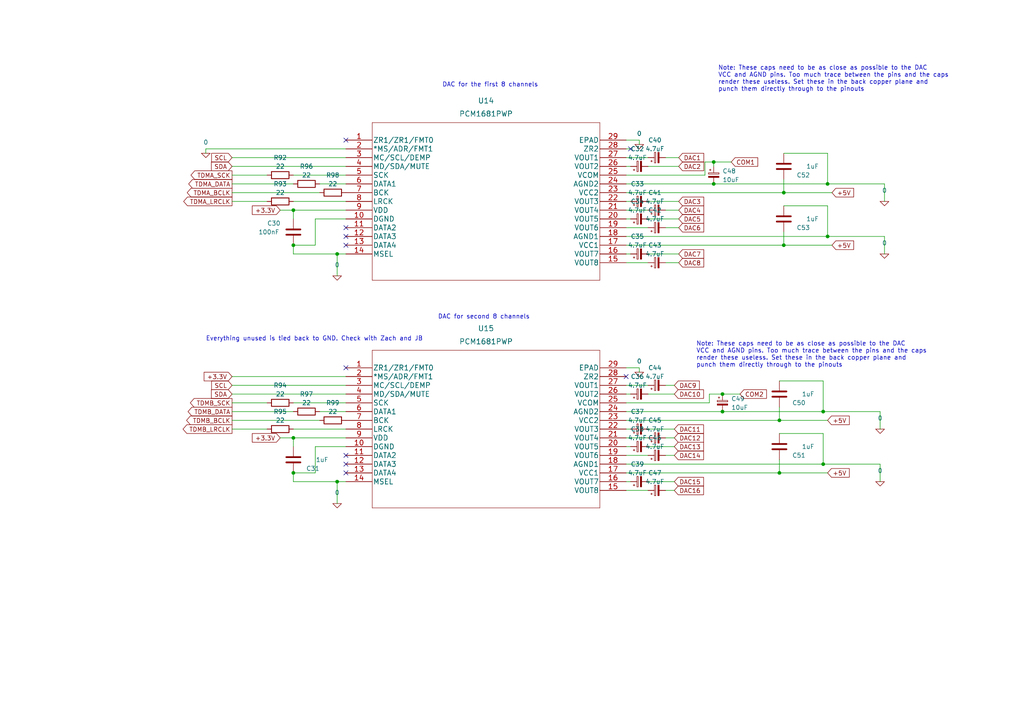
<source format=kicad_sch>
(kicad_sch (version 20230121) (generator eeschema)
  (paper "A4")
  (lib_symbols
    (symbol "Device:C" (pin_numbers hide) (pin_names (offset 0.254))
      (property "Reference" "C" (at 0.635 2.54 0))
      (property "Value" "C" (at 0.635 -2.54 0))
      (symbol "C_0_1"
        (polyline (pts (xy -2.032 -0.762) (xy 2.032 -0.762)) (stroke (width 0.508)))
        (polyline (pts (xy -2.032 0.762) (xy 2.032 0.762)) (stroke (width 0.508)))
      )
      (symbol "C_1_1"
        (pin passive line (at 0 3.81 270) (length 2.794) (name "~") (number "1"))
        (pin passive line (at 0 -3.81 90) (length 2.794) (name "~") (number "2"))
      )
    )
    (symbol "Device:C_Polarized_Small" (pin_numbers hide) (pin_names (offset 0.254) hide)
      (property "Reference" "C" (at 0.254 1.778 0))
      (property "Value" "C_Polarized_Small" (at 0.254 -2.032 0))
      (symbol "C_Polarized_Small_0_1"
        (rectangle (start -1.524 -0.3048) (end 1.524 -0.6858) (fill (type outline)))
        (rectangle (start -1.524 0.6858) (end 1.524 0.3048))
        (polyline (pts (xy -1.27 1.524) (xy -0.762 1.524)))
        (polyline (pts (xy -1.016 1.27) (xy -1.016 1.778)))
      )
      (symbol "C_Polarized_Small_1_1"
        (pin passive line (at 0 2.54 270) (length 1.8542) (name "~") (number "1"))
        (pin passive line (at 0 -2.54 90) (length 1.8542) (name "~") (number "2"))
      )
    )
    (symbol "Device:R" (pin_numbers hide) (pin_names (offset 0))
      (property "Reference" "R" (at 2.032 0 90))
      (property "Value" "R" (at 0 0 90))
      (symbol "R_0_1"
        (rectangle (start -1.016 -2.54) (end 1.016 2.54) (stroke (width 0.254)))
      )
      (symbol "R_1_1"
        (pin passive line (at 0 3.81 270) (length 1.27) (name "~") (number "1"))
        (pin passive line (at 0 -3.81 90) (length 1.27) (name "~") (number "2"))
      )
    )
    (symbol "FaultSignalGeneratorCustomSymbols:PCM1681PWP" (pin_names (offset 0.254))
      (property "Reference" "U" (at 40.64 10.16 0))
      (property "Value" "PCM1681PWP" (at 40.64 7.62 0))
      (symbol "PCM1681PWP_1_1"
        (polyline (pts (xy 7.62 -40.64) (xy 73.66 -40.64)) (stroke (width 0.127)))
        (polyline (pts (xy 7.62 5.08) (xy 7.62 -40.64)) (stroke (width 0.127)))
        (polyline (pts (xy 73.66 -40.64) (xy 73.66 5.08)) (stroke (width 0.127)))
        (polyline (pts (xy 73.66 5.08) (xy 7.62 5.08)) (stroke (width 0.127)))
        (pin bidirectional line (at 0 0 0) (length 7.62) (name "ZR1/ZR1/FMT0") (number "1"))
        (pin power_in line (at 0 -22.86 0) (length 7.62) (name "DGND") (number "10"))
        (pin input line (at 0 -25.4 0) (length 7.62) (name "DATA2") (number "11"))
        (pin input line (at 0 -27.94 0) (length 7.62) (name "DATA3") (number "12"))
        (pin input line (at 0 -30.48 0) (length 7.62) (name "DATA4") (number "13"))
        (pin input line (at 0 -33.02 0) (length 7.62) (name "MSEL") (number "14"))
        (pin output line (at 81.28 -35.56 180) (length 7.62) (name "VOUT8") (number "15"))
        (pin output line (at 81.28 -33.02 180) (length 7.62) (name "VOUT7") (number "16"))
        (pin power_in line (at 81.28 -30.48 180) (length 7.62) (name "VCC1") (number "17"))
        (pin power_in line (at 81.28 -27.94 180) (length 7.62) (name "AGND1") (number "18"))
        (pin output line (at 81.28 -25.4 180) (length 7.62) (name "VOUT6") (number "19"))
        (pin input line (at 0 -2.54 0) (length 7.62) (name "*MS/ADR/FMT1") (number "2"))
        (pin output line (at 81.28 -22.86 180) (length 7.62) (name "VOUT5") (number "20"))
        (pin output line (at 81.28 -20.32 180) (length 7.62) (name "VOUT4") (number "21"))
        (pin output line (at 81.28 -17.78 180) (length 7.62) (name "VOUT3") (number "22"))
        (pin power_in line (at 81.28 -15.24 180) (length 7.62) (name "VCC2") (number "23"))
        (pin power_in line (at 81.28 -12.7 180) (length 7.62) (name "AGND2") (number "24"))
        (pin power_in line (at 81.28 -10.16 180) (length 7.62) (name "VCOM") (number "25"))
        (pin output line (at 81.28 -7.62 180) (length 7.62) (name "VOUT2") (number "26"))
        (pin output line (at 81.28 -5.08 180) (length 7.62) (name "VOUT1") (number "27"))
        (pin output line (at 81.28 -2.54 180) (length 7.62) (name "ZR2") (number "28"))
        (pin unspecified line (at 81.28 0 180) (length 7.62) (name "EPAD") (number "29"))
        (pin input line (at 0 -5.08 0) (length 7.62) (name "MC/SCL/DEMP") (number "3"))
        (pin bidirectional line (at 0 -7.62 0) (length 7.62) (name "MD/SDA/MUTE") (number "4"))
        (pin input line (at 0 -10.16 0) (length 7.62) (name "SCK") (number "5"))
        (pin input line (at 0 -12.7 0) (length 7.62) (name "DATA1") (number "6"))
        (pin input line (at 0 -15.24 0) (length 7.62) (name "BCK") (number "7"))
        (pin input line (at 0 -17.78 0) (length 7.62) (name "LRCK") (number "8"))
        (pin power_in line (at 0 -20.32 0) (length 7.62) (name "VDD") (number "9"))
      )
    )
    (symbol "pspice:0" (power) (pin_names (offset 0))
      (property "Value" "0" (at 0 -1.778 0))
      (symbol "0_0_1"
        (polyline (pts (xy -1.27 0) (xy 0 -1.27) (xy 1.27 0) (xy -1.27 0)))
      )
      (symbol "0_1_1"
        (pin power_in line (at 0 0 0) (length 0) hide (name "0") (number "1"))
      )
    )
  )
  (junction (at 209.55 119.38))
  (junction (at 209.55 114.3))
  (junction (at 85.09 71.12))
  (junction (at 207.01 46.99))
  (junction (at 97.79 139.7))
  (junction (at 207.01 53.34))
  (junction (at 226.06 137.16))
  (junction (at 227.33 71.12))
  (junction (at 240.03 68.58))
  (junction (at 226.06 121.92))
  (junction (at 85.09 60.96))
  (junction (at 85.09 127))
  (junction (at 97.79 73.66))
  (junction (at 238.76 119.38))
  (junction (at 85.09 137.16))
  (junction (at 227.33 55.88))
  (junction (at 240.03 53.34))
  (junction (at 238.76 134.62))
  (no_connect (at 100.33 106.68))
  (no_connect (at 100.33 134.62))
  (no_connect (at 100.33 66.04))
  (no_connect (at 100.33 137.16))
  (no_connect (at 100.33 68.58))
  (no_connect (at 100.33 40.64))
  (no_connect (at 100.33 71.12))
  (no_connect (at 182.88 43.18))
  (no_connect (at 100.33 132.08))
  (no_connect (at 181.61 109.22))
  (wire (pts (xy 238.76 134.62) (xy 255.27 134.62)))
  (wire (pts (xy 226.06 118.11) (xy 226.06 121.92)))
  (wire (pts (xy 92.71 119.38) (xy 100.33 119.38)))
  (wire (pts (xy 181.61 53.34) (xy 207.01 53.34)))
  (wire (pts (xy 85.09 50.8) (xy 100.33 50.8)))
  (wire (pts (xy 85.09 127) (xy 100.33 127)))
  (wire (pts (xy 91.44 71.12) (xy 85.09 71.12)))
  (wire (pts (xy 67.31 119.38) (xy 85.09 119.38)))
  (wire (pts (xy 91.44 137.16) (xy 85.09 137.16)))
  (wire (pts (xy 227.33 67.31) (xy 227.33 71.12)))
  (wire (pts (xy 181.61 142.24) (xy 187.96 142.24)))
  (wire (pts (xy 227.33 55.88) (xy 241.3 55.88)))
  (wire (pts (xy 81.28 60.96) (xy 85.09 60.96)))
  (wire (pts (xy 181.61 114.3) (xy 182.88 114.3)))
  (wire (pts (xy 226.06 110.49) (xy 238.76 110.49)))
  (wire (pts (xy 193.04 76.2) (xy 196.85 76.2)))
  (wire (pts (xy 207.01 53.34) (xy 240.03 53.34)))
  (wire (pts (xy 238.76 125.73) (xy 238.76 134.62)))
  (wire (pts (xy 209.55 114.3) (xy 214.63 114.3)))
  (wire (pts (xy 67.31 55.88) (xy 92.71 55.88)))
  (wire (pts (xy 193.04 111.76) (xy 195.58 111.76)))
  (wire (pts (xy 97.79 73.66) (xy 100.33 73.66)))
  (wire (pts (xy 100.33 43.18) (xy 59.69 43.18)))
  (wire (pts (xy 185.42 40.64) (xy 181.61 40.64)))
  (wire (pts (xy 181.61 66.04) (xy 187.96 66.04)))
  (wire (pts (xy 97.79 139.7) (xy 97.79 146.05)))
  (wire (pts (xy 181.61 60.96) (xy 187.96 60.96)))
  (wire (pts (xy 85.09 116.84) (xy 100.33 116.84)))
  (wire (pts (xy 193.04 60.96) (xy 196.85 60.96)))
  (wire (pts (xy 67.31 109.22) (xy 100.33 109.22)))
  (wire (pts (xy 193.04 66.04) (xy 196.85 66.04)))
  (wire (pts (xy 181.61 124.46) (xy 182.88 124.46)))
  (wire (pts (xy 181.61 132.08) (xy 187.96 132.08)))
  (wire (pts (xy 226.06 137.16) (xy 240.03 137.16)))
  (wire (pts (xy 100.33 129.54) (xy 91.44 129.54)))
  (wire (pts (xy 181.61 127) (xy 187.96 127)))
  (wire (pts (xy 91.44 129.54) (xy 91.44 137.16)))
  (wire (pts (xy 181.61 137.16) (xy 226.06 137.16)))
  (wire (pts (xy 256.54 53.34) (xy 256.54 58.42)))
  (wire (pts (xy 181.61 71.12) (xy 227.33 71.12)))
  (wire (pts (xy 204.47 46.99) (xy 204.47 50.8)))
  (wire (pts (xy 240.03 53.34) (xy 256.54 53.34)))
  (wire (pts (xy 181.61 45.72) (xy 187.96 45.72)))
  (wire (pts (xy 181.61 129.54) (xy 182.88 129.54)))
  (wire (pts (xy 193.04 127) (xy 195.58 127)))
  (wire (pts (xy 240.03 59.69) (xy 240.03 68.58)))
  (wire (pts (xy 97.79 139.7) (xy 85.09 139.7)))
  (wire (pts (xy 209.55 119.38) (xy 238.76 119.38)))
  (wire (pts (xy 204.47 50.8) (xy 181.61 50.8)))
  (wire (pts (xy 67.31 58.42) (xy 77.47 58.42)))
  (wire (pts (xy 238.76 119.38) (xy 255.27 119.38)))
  (wire (pts (xy 181.61 106.68) (xy 185.42 106.68)))
  (wire (pts (xy 67.31 121.92) (xy 92.71 121.92)))
  (wire (pts (xy 67.31 53.34) (xy 85.09 53.34)))
  (wire (pts (xy 193.04 142.24) (xy 195.58 142.24)))
  (wire (pts (xy 85.09 60.96) (xy 85.09 63.5)))
  (wire (pts (xy 187.96 58.42) (xy 196.85 58.42)))
  (wire (pts (xy 85.09 58.42) (xy 100.33 58.42)))
  (wire (pts (xy 181.61 63.5) (xy 182.88 63.5)))
  (wire (pts (xy 67.31 45.72) (xy 100.33 45.72)))
  (wire (pts (xy 91.44 63.5) (xy 91.44 71.12)))
  (wire (pts (xy 207.01 46.99) (xy 204.47 46.99)))
  (wire (pts (xy 187.96 124.46) (xy 195.58 124.46)))
  (wire (pts (xy 238.76 110.49) (xy 238.76 119.38)))
  (wire (pts (xy 226.06 121.92) (xy 240.03 121.92)))
  (wire (pts (xy 81.28 127) (xy 85.09 127)))
  (wire (pts (xy 97.79 73.66) (xy 97.79 80.01)))
  (wire (pts (xy 181.61 139.7) (xy 182.88 139.7)))
  (wire (pts (xy 181.61 68.58) (xy 240.03 68.58)))
  (wire (pts (xy 240.03 68.58) (xy 256.54 68.58)))
  (wire (pts (xy 181.61 55.88) (xy 227.33 55.88)))
  (wire (pts (xy 205.74 114.3) (xy 205.74 116.84)))
  (wire (pts (xy 97.79 73.66) (xy 85.09 73.66)))
  (wire (pts (xy 92.71 53.34) (xy 100.33 53.34)))
  (wire (pts (xy 85.09 73.66) (xy 85.09 71.12)))
  (wire (pts (xy 185.42 41.91) (xy 185.42 40.64)))
  (wire (pts (xy 67.31 114.3) (xy 100.33 114.3)))
  (wire (pts (xy 256.54 68.58) (xy 256.54 73.66)))
  (wire (pts (xy 209.55 114.3) (xy 205.74 114.3)))
  (wire (pts (xy 85.09 139.7) (xy 85.09 137.16)))
  (wire (pts (xy 59.69 43.18) (xy 59.69 44.45)))
  (wire (pts (xy 185.42 106.68) (xy 185.42 107.95)))
  (wire (pts (xy 193.04 45.72) (xy 196.85 45.72)))
  (wire (pts (xy 181.61 111.76) (xy 187.96 111.76)))
  (wire (pts (xy 181.61 48.26) (xy 182.88 48.26)))
  (wire (pts (xy 100.33 63.5) (xy 91.44 63.5)))
  (wire (pts (xy 97.79 139.7) (xy 100.33 139.7)))
  (wire (pts (xy 181.61 116.84) (xy 205.74 116.84)))
  (wire (pts (xy 227.33 52.07) (xy 227.33 55.88)))
  (wire (pts (xy 67.31 124.46) (xy 77.47 124.46)))
  (wire (pts (xy 181.61 121.92) (xy 226.06 121.92)))
  (wire (pts (xy 181.61 76.2) (xy 187.96 76.2)))
  (wire (pts (xy 187.96 48.26) (xy 196.85 48.26)))
  (wire (pts (xy 67.31 48.26) (xy 100.33 48.26)))
  (wire (pts (xy 181.61 43.18) (xy 182.88 43.18)))
  (wire (pts (xy 181.61 134.62) (xy 238.76 134.62)))
  (wire (pts (xy 187.96 129.54) (xy 195.58 129.54)))
  (wire (pts (xy 255.27 119.38) (xy 255.27 124.46)))
  (wire (pts (xy 187.96 114.3) (xy 195.58 114.3)))
  (wire (pts (xy 193.04 132.08) (xy 195.58 132.08)))
  (wire (pts (xy 240.03 44.45) (xy 240.03 53.34)))
  (wire (pts (xy 187.96 139.7) (xy 195.58 139.7)))
  (wire (pts (xy 212.09 46.99) (xy 207.01 46.99)))
  (wire (pts (xy 85.09 60.96) (xy 100.33 60.96)))
  (wire (pts (xy 226.06 133.35) (xy 226.06 137.16)))
  (wire (pts (xy 207.01 46.99) (xy 207.01 48.26)))
  (wire (pts (xy 67.31 50.8) (xy 77.47 50.8)))
  (wire (pts (xy 255.27 134.62) (xy 255.27 139.7)))
  (wire (pts (xy 227.33 71.12) (xy 241.3 71.12)))
  (wire (pts (xy 67.31 111.76) (xy 100.33 111.76)))
  (wire (pts (xy 226.06 125.73) (xy 238.76 125.73)))
  (wire (pts (xy 227.33 59.69) (xy 240.03 59.69)))
  (wire (pts (xy 85.09 124.46) (xy 100.33 124.46)))
  (wire (pts (xy 181.61 58.42) (xy 182.88 58.42)))
  (wire (pts (xy 227.33 44.45) (xy 240.03 44.45)))
  (wire (pts (xy 181.61 73.66) (xy 182.88 73.66)))
  (wire (pts (xy 85.09 127) (xy 85.09 129.54)))
  (wire (pts (xy 181.61 119.38) (xy 209.55 119.38)))
  (wire (pts (xy 187.96 73.66) (xy 196.85 73.66)))
  (wire (pts (xy 187.96 63.5) (xy 196.85 63.5)))
  (wire (pts (xy 67.31 116.84) (xy 77.47 116.84)))
  (text "DAC for the first 8 channels\n" (at 128.27 25.4 0) (effects (font (size 1.27 1.27)) (justify left bottom)))
  (text "DAC for second 8 channels" (at 127 92.71 0) (effects (font (size 1.27 1.27)) (justify left bottom)))
  (text "Note: These caps need to be as close as possible to the DAC\nVCC and AGND pins. Too much trace between the pins and the caps\nrender these useless. Set these in the back copper plane and \npunch them directly through to the pinouts" (at 208.28 26.67 0) (effects (font (size 1.27 1.27)) (justify left bottom)))
  (text "Note: These caps need to be as close as possible to the DAC\nVCC and AGND pins. Too much trace between the pins and the caps\nrender these useless. Set these in the back copper plane and \npunch them directly through to the pinouts" (at 201.93 106.68 0) (effects (font (size 1.27 1.27)) (justify left bottom)))
  (text "Everything unused is tied back to GND. Check with Zach and JB" (at 59.69 99.06 0) (effects (font (size 1.27 1.27)) (justify left bottom)))
  (global_label "SDA" (shape input) (at 67.31 48.26 180) (property "Intersheetrefs" "${INTERSHEET_REFS}" (effects hide)))
  (global_label "+5V" (shape input) (at 240.03 137.16 0) (property "Intersheetrefs" "${INTERSHEET_REFS}" (effects hide)))
  (global_label "TDMA_DATA" (shape output) (at 67.31 53.34 180) (property "Intersheetrefs" "${INTERSHEET_REFS}" (effects hide)) (property "Netclass" "Default" (effects hide)))
  (global_label "DAC7" (shape input) (at 196.85 73.66 0) (property "Intersheetrefs" "${INTERSHEET_REFS}" (effects hide)))
  (global_label "TDMB_BCLK" (shape output) (at 67.31 121.92 180) (property "Intersheetrefs" "${INTERSHEET_REFS}" (effects hide)))
  (global_label "DAC15" (shape input) (at 195.58 139.7 0) (property "Intersheetrefs" "${INTERSHEET_REFS}" (effects hide)))
  (global_label "DAC16" (shape input) (at 195.58 142.24 0) (property "Intersheetrefs" "${INTERSHEET_REFS}" (effects hide)))
  (global_label "DAC14" (shape input) (at 195.58 132.08 0) (property "Intersheetrefs" "${INTERSHEET_REFS}" (effects hide)))
  (global_label "DAC8" (shape input) (at 196.85 76.2 0) (property "Intersheetrefs" "${INTERSHEET_REFS}" (effects hide)))
  (global_label "TDMB_SCK" (shape output) (at 67.31 116.84 180) (property "Intersheetrefs" "${INTERSHEET_REFS}" (effects hide)))
  (global_label "TDMB_DATA" (shape output) (at 67.31 119.38 180) (property "Intersheetrefs" "${INTERSHEET_REFS}" (effects hide)))
  (global_label "+5V" (shape input) (at 240.03 121.92 0) (property "Intersheetrefs" "${INTERSHEET_REFS}" (effects hide)))
  (global_label "DAC11" (shape input) (at 195.58 124.46 0) (property "Intersheetrefs" "${INTERSHEET_REFS}" (effects hide)))
  (global_label "+3.3V" (shape input) (at 67.31 109.22 180) (property "Intersheetrefs" "${INTERSHEET_REFS}" (effects hide)))
  (global_label "TDMB_LRCLK" (shape output) (at 67.31 124.46 180) (property "Intersheetrefs" "${INTERSHEET_REFS}" (effects hide)))
  (global_label "+5V" (shape input) (at 241.3 71.12 0) (property "Intersheetrefs" "${INTERSHEET_REFS}" (effects hide)))
  (global_label "DAC1" (shape input) (at 196.85 45.72 0) (property "Intersheetrefs" "${INTERSHEET_REFS}" (effects hide)))
  (global_label "+3.3V" (shape input) (at 81.28 127 180) (property "Intersheetrefs" "${INTERSHEET_REFS}" (effects hide)))
  (global_label "DAC10" (shape input) (at 195.58 114.3 0) (property "Intersheetrefs" "${INTERSHEET_REFS}" (effects hide)))
  (global_label "SCL" (shape input) (at 67.31 111.76 180) (property "Intersheetrefs" "${INTERSHEET_REFS}" (effects hide)))
  (global_label "DAC4" (shape input) (at 196.85 60.96 0) (property "Intersheetrefs" "${INTERSHEET_REFS}" (effects hide)))
  (global_label "+5V" (shape input) (at 241.3 55.88 0) (property "Intersheetrefs" "${INTERSHEET_REFS}" (effects hide)))
  (global_label "TDMA_BCLK" (shape output) (at 67.31 55.88 180) (property "Intersheetrefs" "${INTERSHEET_REFS}" (effects hide)))
  (global_label "DAC2" (shape input) (at 196.85 48.26 0) (property "Intersheetrefs" "${INTERSHEET_REFS}" (effects hide)))
  (global_label "DAC5" (shape input) (at 196.85 63.5 0) (property "Intersheetrefs" "${INTERSHEET_REFS}" (effects hide)))
  (global_label "SCL" (shape input) (at 67.31 45.72 180) (property "Intersheetrefs" "${INTERSHEET_REFS}" (effects hide)))
  (global_label "DAC9" (shape input) (at 195.58 111.76 0) (property "Intersheetrefs" "${INTERSHEET_REFS}" (effects hide)))
  (global_label "DAC12" (shape input) (at 195.58 127 0) (property "Intersheetrefs" "${INTERSHEET_REFS}" (effects hide)))
  (global_label "DAC3" (shape input) (at 196.85 58.42 0) (property "Intersheetrefs" "${INTERSHEET_REFS}" (effects hide)))
  (global_label "+3.3V" (shape input) (at 81.28 60.96 180) (property "Intersheetrefs" "${INTERSHEET_REFS}" (effects hide)))
  (global_label "DAC13" (shape input) (at 195.58 129.54 0) (property "Intersheetrefs" "${INTERSHEET_REFS}" (effects hide)))
  (global_label "TDMA_LRCLK" (shape output) (at 67.31 58.42 180) (property "Intersheetrefs" "${INTERSHEET_REFS}" (effects hide)))
  (global_label "COM1" (shape input) (at 212.09 46.99 0) (property "Intersheetrefs" "${INTERSHEET_REFS}" (effects hide)))
  (global_label "COM2" (shape input) (at 214.63 114.3 0) (property "Intersheetrefs" "${INTERSHEET_REFS}" (effects hide)))
  (global_label "TDMA_SCK" (shape output) (at 67.31 50.8 180) (property "Intersheetrefs" "${INTERSHEET_REFS}" (effects hide)))
  (global_label "SDA" (shape input) (at 67.31 114.3 180) (property "Intersheetrefs" "${INTERSHEET_REFS}" (effects hide)))
  (global_label "DAC6" (shape input) (at 196.85 66.04 0) (property "Intersheetrefs" "${INTERSHEET_REFS}" (effects hide)))
  (symbol (lib_id "Device:C_Polarized_Small") (at 190.5 127 90) (unit 1)
    (property "Reference" "C45" (at 189.9539 121.92 90))
    (property "Value" "4.7uF" (at 189.9539 124.46 90))
    (property "Footprint" "Capacitor_SMD:C_1206_3216Metric_Pad1.33x1.80mm_HandSolder" (effects hide))
  )
  (symbol (lib_id "FaultSignalGeneratorCustomSymbols:PCM1681PWP") (at 100.33 106.68 0) (unit 1)
    (property "Reference" "U15" (at 140.97 95.25 0) (effects (font (size 1.524 1.524))))
    (property "Value" "PCM1681PWP" (at 140.97 99.06 0) (effects (font (size 1.524 1.524))))
    (property "Footprint" "Package_SO:HTSSOP-28-1EP_4.4x9.7mm_P0.65mm_EP2.85x5.4mm" (effects hide))
  )
  (symbol (lib_id "pspice:0") (at 59.69 44.45 0) (unit 1)
    (property "Reference" "#GND058" (effects hide))
    (property "Value" "0" (at 59.69 41.275 0))
  )
  (symbol (lib_id "pspice:0") (at 97.79 80.01 0) (unit 1)
    (property "Reference" "#GND059" (effects hide))
    (property "Value" "0" (at 97.79 76.835 0))
  )
  (symbol (lib_id "Device:R") (at 81.28 124.46 90) (unit 1)
    (property "Reference" "R95" (at 81.28 119.38 90))
    (property "Value" "22" (at 81.28 121.92 90))
    (property "Footprint" "Resistor_SMD:R_1206_3216Metric" (effects hide))
  )
  (symbol (lib_id "Device:R") (at 81.28 58.42 90) (unit 1)
    (property "Reference" "R93" (at 81.28 53.34 90))
    (property "Value" "22" (at 81.28 55.88 90))
    (property "Footprint" "Resistor_SMD:R_1206_3216Metric" (effects hide))
  )
  (symbol (lib_id "pspice:0") (at 185.42 41.91 0) (unit 1)
    (property "Reference" "#GND061" (effects hide))
    (property "Value" "0" (at 185.42 38.735 0))
  )
  (symbol (lib_id "Device:C") (at 226.06 129.54 180) (unit 1)
    (property "Reference" "C51" (at 233.68 132.08 0) (effects (justify left)))
    (property "Value" "1uF" (at 236.22 129.54 0) (effects (justify left)))
    (property "Footprint" "Capacitor_SMD:C_1206_3216Metric_Pad1.33x1.80mm_HandSolder" (effects hide))
    (property "Sim.Device" "SPICE" (effects hide))
    (property "Sim.Params" "type=\"C\" model=\"4700p\" lib=\"\"" (effects hide))
    (property "Sim.Pins" "1=1 2=2" (effects hide))
  )
  (symbol (lib_id "Device:C_Polarized_Small") (at 190.5 60.96 90) (unit 1)
    (property "Reference" "C41" (at 189.9539 55.88 90))
    (property "Value" "4.7uF" (at 189.9539 58.42 90))
    (property "Footprint" "Capacitor_SMD:C_1206_3216Metric_Pad1.33x1.80mm_HandSolder" (effects hide))
  )
  (symbol (lib_id "Device:R") (at 88.9 119.38 90) (unit 1)
    (property "Reference" "R97" (at 88.9 114.3 90))
    (property "Value" "22" (at 88.9 116.84 90))
    (property "Footprint" "Resistor_SMD:R_1206_3216Metric" (effects hide))
  )
  (symbol (lib_id "Device:C_Polarized_Small") (at 185.42 139.7 90) (unit 1)
    (property "Reference" "C39" (at 184.8739 134.62 90))
    (property "Value" "4.7uF" (at 184.8739 137.16 90))
    (property "Footprint" "Capacitor_SMD:C_1206_3216Metric_Pad1.33x1.80mm_HandSolder" (effects hide))
  )
  (symbol (lib_id "Device:R") (at 96.52 55.88 90) (unit 1)
    (property "Reference" "R98" (at 96.52 50.8 90))
    (property "Value" "22" (at 96.52 53.34 90))
    (property "Footprint" "Resistor_SMD:R_1206_3216Metric" (effects hide))
  )
  (symbol (lib_id "Device:C_Polarized_Small") (at 185.42 114.3 90) (unit 1)
    (property "Reference" "C36" (at 184.8739 109.22 90))
    (property "Value" "4.7uF" (at 184.8739 111.76 90))
    (property "Footprint" "Capacitor_SMD:C_1206_3216Metric_Pad1.33x1.80mm_HandSolder" (effects hide))
  )
  (symbol (lib_id "FaultSignalGeneratorCustomSymbols:PCM1681PWP") (at 100.33 40.64 0) (unit 1)
    (property "Reference" "U14" (at 140.97 29.21 0) (effects (font (size 1.524 1.524))))
    (property "Value" "PCM1681PWP" (at 140.97 33.02 0) (effects (font (size 1.524 1.524))))
    (property "Footprint" "Package_SO:HTSSOP-28-1EP_4.4x9.7mm_P0.65mm_EP2.85x5.4mm" (effects hide))
  )
  (symbol (lib_id "Device:C_Polarized_Small") (at 185.42 63.5 90) (unit 1)
    (property "Reference" "C34" (at 184.8739 58.42 90))
    (property "Value" "4.7uF" (at 184.8739 60.96 90))
    (property "Footprint" "Capacitor_SMD:C_1206_3216Metric_Pad1.33x1.80mm_HandSolder" (effects hide))
  )
  (symbol (lib_id "Device:R") (at 88.9 53.34 90) (unit 1)
    (property "Reference" "R96" (at 88.9 48.26 90))
    (property "Value" "22" (at 88.9 50.8 90))
    (property "Footprint" "Resistor_SMD:R_1206_3216Metric" (effects hide))
  )
  (symbol (lib_id "pspice:0") (at 255.27 139.7 0) (unit 1)
    (property "Reference" "#GND064" (effects hide))
    (property "Value" "0" (at 255.27 136.525 0))
  )
  (symbol (lib_id "Device:C_Polarized_Small") (at 185.42 58.42 90) (unit 1)
    (property "Reference" "C33" (at 184.8739 53.34 90))
    (property "Value" "4.7uF" (at 184.8739 55.88 90))
    (property "Footprint" "Capacitor_SMD:C_1206_3216Metric_Pad1.33x1.80mm_HandSolder" (effects hide))
  )
  (symbol (lib_id "Device:C_Polarized_Small") (at 190.5 76.2 90) (unit 1)
    (property "Reference" "C43" (at 189.9539 71.12 90))
    (property "Value" "4.7uF" (at 189.9539 73.66 90))
    (property "Footprint" "Capacitor_SMD:C_1206_3216Metric_Pad1.33x1.80mm_HandSolder" (effects hide))
  )
  (symbol (lib_id "Device:C_Polarized_Small") (at 190.5 45.72 90) (unit 1)
    (property "Reference" "C40" (at 189.9539 40.64 90))
    (property "Value" "4.7uF" (at 189.9539 43.18 90))
    (property "Footprint" "Capacitor_SMD:C_1206_3216Metric_Pad1.33x1.80mm_HandSolder" (effects hide))
  )
  (symbol (lib_id "Device:C_Polarized_Small") (at 190.5 66.04 90) (unit 1)
    (property "Reference" "C42" (at 189.9539 60.96 90))
    (property "Value" "4.7uF" (at 189.9539 63.5 90))
    (property "Footprint" "Capacitor_SMD:C_1206_3216Metric_Pad1.33x1.80mm_HandSolder" (effects hide))
  )
  (symbol (lib_id "Device:C_Polarized_Small") (at 185.42 129.54 90) (unit 1)
    (property "Reference" "C38" (at 184.8739 124.46 90))
    (property "Value" "4.7uF" (at 184.8739 127 90))
    (property "Footprint" "Capacitor_SMD:C_1206_3216Metric_Pad1.33x1.80mm_HandSolder" (effects hide))
  )
  (symbol (lib_id "Device:C") (at 227.33 48.26 180) (unit 1)
    (property "Reference" "C52" (at 234.95 50.8 0) (effects (justify left)))
    (property "Value" "1uF" (at 237.49 48.26 0) (effects (justify left)))
    (property "Footprint" "Capacitor_SMD:C_1206_3216Metric_Pad1.33x1.80mm_HandSolder" (effects hide))
    (property "Sim.Device" "SPICE" (effects hide))
    (property "Sim.Params" "type=\"C\" model=\"4700p\" lib=\"\"" (effects hide))
    (property "Sim.Pins" "1=1 2=2" (effects hide))
  )
  (symbol (lib_id "Device:C") (at 226.06 114.3 180) (unit 1)
    (property "Reference" "C50" (at 233.68 116.84 0) (effects (justify left)))
    (property "Value" "1uF" (at 236.22 114.3 0) (effects (justify left)))
    (property "Footprint" "Capacitor_SMD:C_1206_3216Metric_Pad1.33x1.80mm_HandSolder" (effects hide))
    (property "Sim.Device" "SPICE" (effects hide))
    (property "Sim.Params" "type=\"C\" model=\"4700p\" lib=\"\"" (effects hide))
    (property "Sim.Pins" "1=1 2=2" (effects hide))
  )
  (symbol (lib_id "Device:R") (at 81.28 50.8 90) (unit 1)
    (property "Reference" "R92" (at 81.28 45.72 90))
    (property "Value" "22" (at 81.28 48.26 90))
    (property "Footprint" "Resistor_SMD:R_1206_3216Metric" (effects hide))
  )
  (symbol (lib_id "pspice:0") (at 97.79 146.05 0) (unit 1)
    (property "Reference" "#GND060" (effects hide))
    (property "Value" "0" (at 97.79 142.875 0))
  )
  (symbol (lib_id "Device:C_Polarized_Small") (at 185.42 124.46 90) (unit 1)
    (property "Reference" "C37" (at 184.8739 119.38 90))
    (property "Value" "4.7uF" (at 184.8739 121.92 90))
    (property "Footprint" "Capacitor_SMD:C_1206_3216Metric_Pad1.33x1.80mm_HandSolder" (effects hide))
  )
  (symbol (lib_id "Device:C") (at 227.33 63.5 180) (unit 1)
    (property "Reference" "C53" (at 234.95 66.04 0) (effects (justify left)))
    (property "Value" "1uF" (at 237.49 63.5 0) (effects (justify left)))
    (property "Footprint" "Capacitor_SMD:C_1206_3216Metric_Pad1.33x1.80mm_HandSolder" (effects hide))
    (property "Sim.Device" "SPICE" (effects hide))
    (property "Sim.Params" "type=\"C\" model=\"4700p\" lib=\"\"" (effects hide))
    (property "Sim.Pins" "1=1 2=2" (effects hide))
  )
  (symbol (lib_id "Device:C_Polarized_Small") (at 209.55 116.84 0) (unit 1)
    (property "Reference" "C49" (at 212.09 115.6589 0) (effects (justify left)))
    (property "Value" "10uF" (at 212.09 118.1989 0) (effects (justify left)))
    (property "Footprint" "Capacitor_SMD:CP_Elec_4x5.4" (effects hide))
  )
  (symbol (lib_id "Device:C_Polarized_Small") (at 185.42 73.66 90) (unit 1)
    (property "Reference" "C35" (at 184.8739 68.58 90))
    (property "Value" "4.7uF" (at 184.8739 71.12 90))
    (property "Footprint" "Capacitor_SMD:C_1206_3216Metric_Pad1.33x1.80mm_HandSolder" (effects hide))
  )
  (symbol (lib_id "pspice:0") (at 256.54 58.42 0) (unit 1)
    (property "Reference" "#GND065" (effects hide))
    (property "Value" "0" (at 256.54 55.245 0))
  )
  (symbol (lib_id "Device:R") (at 81.28 116.84 90) (unit 1)
    (property "Reference" "R94" (at 81.28 111.76 90))
    (property "Value" "22" (at 81.28 114.3 90))
    (property "Footprint" "Resistor_SMD:R_1206_3216Metric" (effects hide))
  )
  (symbol (lib_id "pspice:0") (at 185.42 107.95 0) (unit 1)
    (property "Reference" "#GND062" (effects hide))
    (property "Value" "0" (at 185.42 104.775 0))
  )
  (symbol (lib_id "Device:C_Polarized_Small") (at 190.5 111.76 90) (unit 1)
    (property "Reference" "C44" (at 189.9539 106.68 90))
    (property "Value" "4.7uF" (at 189.9539 109.22 90))
    (property "Footprint" "Capacitor_SMD:C_1206_3216Metric_Pad1.33x1.80mm_HandSolder" (effects hide))
  )
  (symbol (lib_id "Device:C_Polarized_Small") (at 185.42 48.26 90) (unit 1)
    (property "Reference" "C32" (at 184.8739 43.18 90))
    (property "Value" "4.7uF" (at 184.8739 45.72 90))
    (property "Footprint" "Capacitor_SMD:C_1206_3216Metric_Pad1.33x1.80mm_HandSolder" (effects hide))
  )
  (symbol (lib_id "Device:C_Polarized_Small") (at 207.01 50.8 0) (unit 1)
    (property "Reference" "C48" (at 209.55 49.6189 0) (effects (justify left)))
    (property "Value" "10uF" (at 209.55 52.1589 0) (effects (justify left)))
    (property "Footprint" "Capacitor_SMD:CP_Elec_4x5.4" (effects hide))
  )
  (symbol (lib_id "Device:R") (at 96.52 121.92 90) (unit 1)
    (property "Reference" "R99" (at 96.52 116.84 90))
    (property "Value" "22" (at 96.52 119.38 90))
    (property "Footprint" "Resistor_SMD:R_1206_3216Metric" (effects hide))
  )
  (symbol (lib_id "Device:C_Polarized_Small") (at 190.5 132.08 90) (unit 1)
    (property "Reference" "C46" (at 189.9539 127 90))
    (property "Value" "4.7uF" (at 189.9539 129.54 90))
    (property "Footprint" "Capacitor_SMD:C_1206_3216Metric_Pad1.33x1.80mm_HandSolder" (effects hide))
  )
  (symbol (lib_id "Device:C_Polarized_Small") (at 190.5 142.24 90) (unit 1)
    (property "Reference" "C47" (at 189.9539 137.16 90))
    (property "Value" "4.7uF" (at 189.9539 139.7 90))
    (property "Footprint" "Capacitor_SMD:C_1206_3216Metric_Pad1.33x1.80mm_HandSolder" (effects hide))
  )
  (symbol (lib_id "Device:C") (at 85.09 67.31 0) (unit 1)
    (property "Reference" "C30" (at 77.47 64.77 0) (effects (justify left)))
    (property "Value" "100nF" (at 74.93 67.31 0) (effects (justify left)))
    (property "Footprint" "Capacitor_SMD:C_1206_3216Metric_Pad1.33x1.80mm_HandSolder" (effects hide))
    (property "Sim.Device" "SPICE" (effects hide))
    (property "Sim.Params" "type=\"C\" model=\"4700p\" lib=\"\"" (effects hide))
    (property "Sim.Pins" "1=1 2=2" (effects hide))
  )
  (symbol (lib_id "pspice:0") (at 256.54 73.66 0) (unit 1)
    (property "Reference" "#GND066" (effects hide))
    (property "Value" "0" (at 256.54 70.485 0))
  )
  (symbol (lib_id "pspice:0") (at 255.27 124.46 0) (unit 1)
    (property "Reference" "#GND063" (effects hide))
    (property "Value" "0" (at 255.27 121.285 0))
  )
  (symbol (lib_id "Device:C") (at 85.09 133.35 180) (unit 1)
    (property "Reference" "C31" (at 92.71 135.89 0) (effects (justify left)))
    (property "Value" "1uF" (at 95.25 133.35 0) (effects (justify left)))
    (property "Footprint" "Capacitor_SMD:C_1206_3216Metric_Pad1.33x1.80mm_HandSolder" (effects hide))
    (property "Sim.Device" "SPICE" (effects hide))
    (property "Sim.Params" "type=\"C\" model=\"4700p\" lib=\"\"" (effects hide))
    (property "Sim.Pins" "1=1 2=2" (effects hide))
  )
)
</source>
